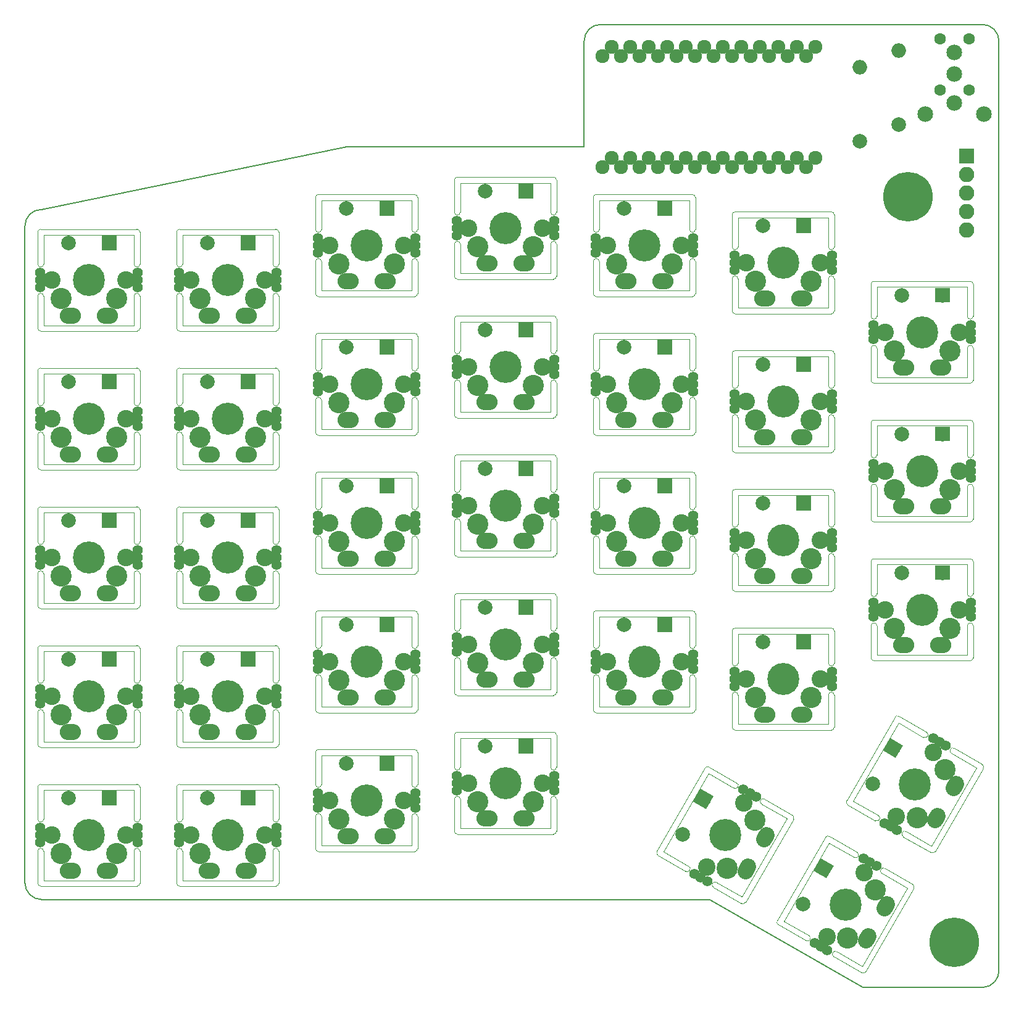
<source format=gbr>
G04 #@! TF.GenerationSoftware,KiCad,Pcbnew,5.1.2*
G04 #@! TF.CreationDate,2019-07-11T19:08:12+01:00*
G04 #@! TF.ProjectId,ergosnap,6572676f-736e-4617-902e-6b696361645f,1.0*
G04 #@! TF.SameCoordinates,Original*
G04 #@! TF.FileFunction,Soldermask,Top*
G04 #@! TF.FilePolarity,Negative*
%FSLAX46Y46*%
G04 Gerber Fmt 4.6, Leading zero omitted, Abs format (unit mm)*
G04 Created by KiCad (PCBNEW 5.1.2) date 2019-07-11 19:08:12*
%MOMM*%
%LPD*%
G04 APERTURE LIST*
%ADD10C,0.150000*%
%ADD11C,0.100000*%
%ADD12O,2.100000X2.100000*%
%ADD13R,2.100000X2.100000*%
%ADD14O,2.000000X2.000000*%
%ADD15C,2.000000*%
%ADD16C,1.600000*%
%ADD17C,2.152600*%
%ADD18C,1.400000*%
%ADD19C,4.400000*%
%ADD20C,2.400000*%
%ADD21C,2.900000*%
%ADD22C,2.200000*%
%ADD23C,2.200000*%
%ADD24O,2.900000X2.200000*%
%ADD25C,1.924000*%
%ADD26C,6.800000*%
G04 APERTURE END LIST*
D10*
X209677000Y-155067000D02*
G75*
G03X211836000Y-152654000I-127000J2286000D01*
G01*
X154940000Y-39624000D02*
X122428000Y-39624000D01*
X154940000Y-25146000D02*
X154940000Y-39624000D01*
X209550000Y-22860000D02*
X157226000Y-22860000D01*
X211836000Y-58674000D02*
X211836000Y-25146000D01*
X209677000Y-155067000D02*
X193167000Y-155067000D01*
X211836000Y-126619000D02*
X211836000Y-152654000D01*
X172212000Y-143002000D02*
X193167000Y-155067000D01*
X211836000Y-122174000D02*
X211836000Y-126619000D01*
X211836000Y-110236000D02*
X211836000Y-122174000D01*
X211836000Y-58674000D02*
X211836000Y-110236000D01*
X211836000Y-25146000D02*
G75*
G03X209550000Y-22860000I-2286000J0D01*
G01*
X78232000Y-140716000D02*
X78232000Y-50546000D01*
X80518000Y-143002000D02*
X114808000Y-143002000D01*
X78232000Y-140716000D02*
G75*
G03X80518000Y-143002000I2286000J0D01*
G01*
X157226000Y-22860000D02*
G75*
G03X154940000Y-25146000I0J-2286000D01*
G01*
X80518000Y-48260000D02*
G75*
G03X78232000Y-50546000I0J-2286000D01*
G01*
X122428000Y-39624000D02*
X80518000Y-48260000D01*
X114808000Y-143002000D02*
X172212000Y-143002000D01*
D11*
X203077178Y-136418068D02*
X209677178Y-124986532D01*
X202584358Y-135671658D02*
X208784358Y-124932942D01*
X191845642Y-129471658D02*
X198045642Y-118732942D01*
X190952822Y-129418068D02*
X197552822Y-117986532D01*
X202584358Y-135671658D02*
X199120256Y-133671658D01*
X202530768Y-136564478D02*
X198720256Y-134364478D01*
X205320256Y-122932942D02*
X208784358Y-124932942D01*
X209530768Y-124440122D02*
X205720256Y-122240122D01*
X201509744Y-120732942D02*
X198045642Y-118732942D01*
X201909744Y-120040122D02*
X198099232Y-117840122D01*
X191845642Y-129471658D02*
X195309744Y-131471658D01*
X194909744Y-132164478D02*
X191099232Y-129964478D01*
X209530768Y-124440122D02*
G75*
G02X209677178Y-124986532I-200000J-346410D01*
G01*
X203077178Y-136418068D02*
G75*
G02X202530768Y-136564478I-346410J200000D01*
G01*
X191099232Y-129964478D02*
G75*
G02X190952822Y-129418068I200000J346410D01*
G01*
X197552822Y-117986532D02*
G75*
G02X198099232Y-117840122I346410J-200000D01*
G01*
X198720252Y-134364476D02*
G75*
G02X199120256Y-133671658I200004J346408D01*
G01*
X195309748Y-131471660D02*
G75*
G02X194909744Y-132164478I-200004J-346408D01*
G01*
X205320252Y-122932940D02*
G75*
G02X205720256Y-122240122I200004J346408D01*
G01*
X201909748Y-120040124D02*
G75*
G02X201509744Y-120732942I-200004J-346408D01*
G01*
X193552178Y-152916068D02*
X200152178Y-141484532D01*
X193059358Y-152169658D02*
X199259358Y-141430942D01*
X182320642Y-145969658D02*
X188520642Y-135230942D01*
X181427822Y-145916068D02*
X188027822Y-134484532D01*
X193059358Y-152169658D02*
X189595256Y-150169658D01*
X193005768Y-153062478D02*
X189195256Y-150862478D01*
X195795256Y-139430942D02*
X199259358Y-141430942D01*
X200005768Y-140938122D02*
X196195256Y-138738122D01*
X191984744Y-137230942D02*
X188520642Y-135230942D01*
X192384744Y-136538122D02*
X188574232Y-134338122D01*
X182320642Y-145969658D02*
X185784744Y-147969658D01*
X185384744Y-148662478D02*
X181574232Y-146462478D01*
X200005768Y-140938122D02*
G75*
G02X200152178Y-141484532I-200000J-346410D01*
G01*
X193552178Y-152916068D02*
G75*
G02X193005768Y-153062478I-346410J200000D01*
G01*
X181574232Y-146462478D02*
G75*
G02X181427822Y-145916068I200000J346410D01*
G01*
X188027822Y-134484532D02*
G75*
G02X188574232Y-134338122I346410J-200000D01*
G01*
X189195252Y-150862476D02*
G75*
G02X189595256Y-150169658I200004J346408D01*
G01*
X185784748Y-147969660D02*
G75*
G02X185384744Y-148662478I-200004J-346408D01*
G01*
X195795252Y-139430940D02*
G75*
G02X196195256Y-138738122I200004J346408D01*
G01*
X192384748Y-136538124D02*
G75*
G02X191984744Y-137230942I-200004J-346408D01*
G01*
X177054178Y-143391018D02*
X183654178Y-131959482D01*
X176561358Y-142644608D02*
X182761358Y-131905892D01*
X165822642Y-136444608D02*
X172022642Y-125705892D01*
X164929822Y-136391018D02*
X171529822Y-124959482D01*
X176561358Y-142644608D02*
X173097256Y-140644608D01*
X176507768Y-143537428D02*
X172697256Y-141337428D01*
X179297256Y-129905892D02*
X182761358Y-131905892D01*
X183507768Y-131413072D02*
X179697256Y-129213072D01*
X175486744Y-127705892D02*
X172022642Y-125705892D01*
X175886744Y-127013072D02*
X172076232Y-124813072D01*
X165822642Y-136444608D02*
X169286744Y-138444608D01*
X168886744Y-139137428D02*
X165076232Y-136937428D01*
X183507768Y-131413072D02*
G75*
G02X183654178Y-131959482I-200000J-346410D01*
G01*
X177054178Y-143391018D02*
G75*
G02X176507768Y-143537428I-346410J200000D01*
G01*
X165076232Y-136937428D02*
G75*
G02X164929822Y-136391018I200000J346410D01*
G01*
X171529822Y-124959482D02*
G75*
G02X172076232Y-124813072I346410J-200000D01*
G01*
X172697252Y-141337426D02*
G75*
G02X173097256Y-140644608I200004J346408D01*
G01*
X169286748Y-138444610D02*
G75*
G02X168886744Y-139137428I-200004J-346408D01*
G01*
X179297252Y-129905890D02*
G75*
G02X179697256Y-129213072I200004J346408D01*
G01*
X175886748Y-127013074D02*
G75*
G02X175486744Y-127705892I-200004J-346408D01*
G01*
X137545000Y-134031750D02*
X150745000Y-134031750D01*
X137945000Y-133231750D02*
X150345000Y-133231750D01*
X137945000Y-120831750D02*
X150345000Y-120831750D01*
X137545000Y-120031750D02*
X150745000Y-120031750D01*
X137945000Y-133231750D02*
X137945000Y-129231750D01*
X137145000Y-133631750D02*
X137145000Y-129231750D01*
X150345000Y-129231750D02*
X150345000Y-133231750D01*
X151145000Y-133631750D02*
X151145000Y-129231750D01*
X150345000Y-124831750D02*
X150345000Y-120831750D01*
X151145000Y-124831750D02*
X151145000Y-120431750D01*
X137945000Y-120831750D02*
X137945000Y-124831750D01*
X137145000Y-124831750D02*
X137145000Y-120431750D01*
X151145000Y-133631750D02*
G75*
G02X150745000Y-134031750I-400000J0D01*
G01*
X137545000Y-134031750D02*
G75*
G02X137145000Y-133631750I0J400000D01*
G01*
X137145000Y-120431750D02*
G75*
G02X137545000Y-120031750I400000J0D01*
G01*
X150745000Y-120031750D02*
G75*
G02X151145000Y-120431750I0J-400000D01*
G01*
X137145000Y-129231745D02*
G75*
G02X137945000Y-129231750I400000J-5D01*
G01*
X137945000Y-124831755D02*
G75*
G02X137145000Y-124831750I-400000J5D01*
G01*
X150345000Y-129231745D02*
G75*
G02X151145000Y-129231750I400000J-5D01*
G01*
X151145000Y-124831755D02*
G75*
G02X150345000Y-124831750I-400000J5D01*
G01*
X118495000Y-136413000D02*
X131695000Y-136413000D01*
X118895000Y-135613000D02*
X131295000Y-135613000D01*
X118895000Y-123213000D02*
X131295000Y-123213000D01*
X118495000Y-122413000D02*
X131695000Y-122413000D01*
X118895000Y-135613000D02*
X118895000Y-131613000D01*
X118095000Y-136013000D02*
X118095000Y-131613000D01*
X131295000Y-131613000D02*
X131295000Y-135613000D01*
X132095000Y-136013000D02*
X132095000Y-131613000D01*
X131295000Y-127213000D02*
X131295000Y-123213000D01*
X132095000Y-127213000D02*
X132095000Y-122813000D01*
X118895000Y-123213000D02*
X118895000Y-127213000D01*
X118095000Y-127213000D02*
X118095000Y-122813000D01*
X132095000Y-136013000D02*
G75*
G02X131695000Y-136413000I-400000J0D01*
G01*
X118495000Y-136413000D02*
G75*
G02X118095000Y-136013000I0J400000D01*
G01*
X118095000Y-122813000D02*
G75*
G02X118495000Y-122413000I400000J0D01*
G01*
X131695000Y-122413000D02*
G75*
G02X132095000Y-122813000I0J-400000D01*
G01*
X118095000Y-131612995D02*
G75*
G02X118895000Y-131613000I400000J-5D01*
G01*
X118895000Y-127213005D02*
G75*
G02X118095000Y-127213000I-400000J5D01*
G01*
X131295000Y-131612995D02*
G75*
G02X132095000Y-131613000I400000J-5D01*
G01*
X132095000Y-127213005D02*
G75*
G02X131295000Y-127213000I-400000J5D01*
G01*
X99445000Y-141175500D02*
X112645000Y-141175500D01*
X99845000Y-140375500D02*
X112245000Y-140375500D01*
X99845000Y-127975500D02*
X112245000Y-127975500D01*
X99445000Y-127175500D02*
X112645000Y-127175500D01*
X99845000Y-140375500D02*
X99845000Y-136375500D01*
X99045000Y-140775500D02*
X99045000Y-136375500D01*
X112245000Y-136375500D02*
X112245000Y-140375500D01*
X113045000Y-140775500D02*
X113045000Y-136375500D01*
X112245000Y-131975500D02*
X112245000Y-127975500D01*
X113045000Y-131975500D02*
X113045000Y-127575500D01*
X99845000Y-127975500D02*
X99845000Y-131975500D01*
X99045000Y-131975500D02*
X99045000Y-127575500D01*
X113045000Y-140775500D02*
G75*
G02X112645000Y-141175500I-400000J0D01*
G01*
X99445000Y-141175500D02*
G75*
G02X99045000Y-140775500I0J400000D01*
G01*
X99045000Y-127575500D02*
G75*
G02X99445000Y-127175500I400000J0D01*
G01*
X112645000Y-127175500D02*
G75*
G02X113045000Y-127575500I0J-400000D01*
G01*
X99045000Y-136375495D02*
G75*
G02X99845000Y-136375500I400000J-5D01*
G01*
X99845000Y-131975505D02*
G75*
G02X99045000Y-131975500I-400000J5D01*
G01*
X112245000Y-136375495D02*
G75*
G02X113045000Y-136375500I400000J-5D01*
G01*
X113045000Y-131975505D02*
G75*
G02X112245000Y-131975500I-400000J5D01*
G01*
X80395000Y-141175500D02*
X93595000Y-141175500D01*
X80795000Y-140375500D02*
X93195000Y-140375500D01*
X80795000Y-127975500D02*
X93195000Y-127975500D01*
X80395000Y-127175500D02*
X93595000Y-127175500D01*
X80795000Y-140375500D02*
X80795000Y-136375500D01*
X79995000Y-140775500D02*
X79995000Y-136375500D01*
X93195000Y-136375500D02*
X93195000Y-140375500D01*
X93995000Y-140775500D02*
X93995000Y-136375500D01*
X93195000Y-131975500D02*
X93195000Y-127975500D01*
X93995000Y-131975500D02*
X93995000Y-127575500D01*
X80795000Y-127975500D02*
X80795000Y-131975500D01*
X79995000Y-131975500D02*
X79995000Y-127575500D01*
X93995000Y-140775500D02*
G75*
G02X93595000Y-141175500I-400000J0D01*
G01*
X80395000Y-141175500D02*
G75*
G02X79995000Y-140775500I0J400000D01*
G01*
X79995000Y-127575500D02*
G75*
G02X80395000Y-127175500I400000J0D01*
G01*
X93595000Y-127175500D02*
G75*
G02X93995000Y-127575500I0J-400000D01*
G01*
X79995000Y-136375495D02*
G75*
G02X80795000Y-136375500I400000J-5D01*
G01*
X80795000Y-131975505D02*
G75*
G02X79995000Y-131975500I-400000J5D01*
G01*
X93195000Y-136375495D02*
G75*
G02X93995000Y-136375500I400000J-5D01*
G01*
X93995000Y-131975505D02*
G75*
G02X93195000Y-131975500I-400000J5D01*
G01*
X194695000Y-110219250D02*
X207895000Y-110219250D01*
X195095000Y-109419250D02*
X207495000Y-109419250D01*
X195095000Y-97019250D02*
X207495000Y-97019250D01*
X194695000Y-96219250D02*
X207895000Y-96219250D01*
X195095000Y-109419250D02*
X195095000Y-105419250D01*
X194295000Y-109819250D02*
X194295000Y-105419250D01*
X207495000Y-105419250D02*
X207495000Y-109419250D01*
X208295000Y-109819250D02*
X208295000Y-105419250D01*
X207495000Y-101019250D02*
X207495000Y-97019250D01*
X208295000Y-101019250D02*
X208295000Y-96619250D01*
X195095000Y-97019250D02*
X195095000Y-101019250D01*
X194295000Y-101019250D02*
X194295000Y-96619250D01*
X208295000Y-109819250D02*
G75*
G02X207895000Y-110219250I-400000J0D01*
G01*
X194695000Y-110219250D02*
G75*
G02X194295000Y-109819250I0J400000D01*
G01*
X194295000Y-96619250D02*
G75*
G02X194695000Y-96219250I400000J0D01*
G01*
X207895000Y-96219250D02*
G75*
G02X208295000Y-96619250I0J-400000D01*
G01*
X194295000Y-105419245D02*
G75*
G02X195095000Y-105419250I400000J-5D01*
G01*
X195095000Y-101019255D02*
G75*
G02X194295000Y-101019250I-400000J5D01*
G01*
X207495000Y-105419245D02*
G75*
G02X208295000Y-105419250I400000J-5D01*
G01*
X208295000Y-101019255D02*
G75*
G02X207495000Y-101019250I-400000J5D01*
G01*
X194695000Y-91169250D02*
X207895000Y-91169250D01*
X195095000Y-90369250D02*
X207495000Y-90369250D01*
X195095000Y-77969250D02*
X207495000Y-77969250D01*
X194695000Y-77169250D02*
X207895000Y-77169250D01*
X195095000Y-90369250D02*
X195095000Y-86369250D01*
X194295000Y-90769250D02*
X194295000Y-86369250D01*
X207495000Y-86369250D02*
X207495000Y-90369250D01*
X208295000Y-90769250D02*
X208295000Y-86369250D01*
X207495000Y-81969250D02*
X207495000Y-77969250D01*
X208295000Y-81969250D02*
X208295000Y-77569250D01*
X195095000Y-77969250D02*
X195095000Y-81969250D01*
X194295000Y-81969250D02*
X194295000Y-77569250D01*
X208295000Y-90769250D02*
G75*
G02X207895000Y-91169250I-400000J0D01*
G01*
X194695000Y-91169250D02*
G75*
G02X194295000Y-90769250I0J400000D01*
G01*
X194295000Y-77569250D02*
G75*
G02X194695000Y-77169250I400000J0D01*
G01*
X207895000Y-77169250D02*
G75*
G02X208295000Y-77569250I0J-400000D01*
G01*
X194295000Y-86369245D02*
G75*
G02X195095000Y-86369250I400000J-5D01*
G01*
X195095000Y-81969255D02*
G75*
G02X194295000Y-81969250I-400000J5D01*
G01*
X207495000Y-86369245D02*
G75*
G02X208295000Y-86369250I400000J-5D01*
G01*
X208295000Y-81969255D02*
G75*
G02X207495000Y-81969250I-400000J5D01*
G01*
X194695000Y-72119250D02*
X207895000Y-72119250D01*
X195095000Y-71319250D02*
X207495000Y-71319250D01*
X195095000Y-58919250D02*
X207495000Y-58919250D01*
X194695000Y-58119250D02*
X207895000Y-58119250D01*
X195095000Y-71319250D02*
X195095000Y-67319250D01*
X194295000Y-71719250D02*
X194295000Y-67319250D01*
X207495000Y-67319250D02*
X207495000Y-71319250D01*
X208295000Y-71719250D02*
X208295000Y-67319250D01*
X207495000Y-62919250D02*
X207495000Y-58919250D01*
X208295000Y-62919250D02*
X208295000Y-58519250D01*
X195095000Y-58919250D02*
X195095000Y-62919250D01*
X194295000Y-62919250D02*
X194295000Y-58519250D01*
X208295000Y-71719250D02*
G75*
G02X207895000Y-72119250I-400000J0D01*
G01*
X194695000Y-72119250D02*
G75*
G02X194295000Y-71719250I0J400000D01*
G01*
X194295000Y-58519250D02*
G75*
G02X194695000Y-58119250I400000J0D01*
G01*
X207895000Y-58119250D02*
G75*
G02X208295000Y-58519250I0J-400000D01*
G01*
X194295000Y-67319245D02*
G75*
G02X195095000Y-67319250I400000J-5D01*
G01*
X195095000Y-62919255D02*
G75*
G02X194295000Y-62919250I-400000J5D01*
G01*
X207495000Y-67319245D02*
G75*
G02X208295000Y-67319250I400000J-5D01*
G01*
X208295000Y-62919255D02*
G75*
G02X207495000Y-62919250I-400000J5D01*
G01*
X175645000Y-119744250D02*
X188845000Y-119744250D01*
X176045000Y-118944250D02*
X188445000Y-118944250D01*
X176045000Y-106544250D02*
X188445000Y-106544250D01*
X175645000Y-105744250D02*
X188845000Y-105744250D01*
X176045000Y-118944250D02*
X176045000Y-114944250D01*
X175245000Y-119344250D02*
X175245000Y-114944250D01*
X188445000Y-114944250D02*
X188445000Y-118944250D01*
X189245000Y-119344250D02*
X189245000Y-114944250D01*
X188445000Y-110544250D02*
X188445000Y-106544250D01*
X189245000Y-110544250D02*
X189245000Y-106144250D01*
X176045000Y-106544250D02*
X176045000Y-110544250D01*
X175245000Y-110544250D02*
X175245000Y-106144250D01*
X189245000Y-119344250D02*
G75*
G02X188845000Y-119744250I-400000J0D01*
G01*
X175645000Y-119744250D02*
G75*
G02X175245000Y-119344250I0J400000D01*
G01*
X175245000Y-106144250D02*
G75*
G02X175645000Y-105744250I400000J0D01*
G01*
X188845000Y-105744250D02*
G75*
G02X189245000Y-106144250I0J-400000D01*
G01*
X175245000Y-114944245D02*
G75*
G02X176045000Y-114944250I400000J-5D01*
G01*
X176045000Y-110544255D02*
G75*
G02X175245000Y-110544250I-400000J5D01*
G01*
X188445000Y-114944245D02*
G75*
G02X189245000Y-114944250I400000J-5D01*
G01*
X189245000Y-110544255D02*
G75*
G02X188445000Y-110544250I-400000J5D01*
G01*
X175645000Y-100694250D02*
X188845000Y-100694250D01*
X176045000Y-99894250D02*
X188445000Y-99894250D01*
X176045000Y-87494250D02*
X188445000Y-87494250D01*
X175645000Y-86694250D02*
X188845000Y-86694250D01*
X176045000Y-99894250D02*
X176045000Y-95894250D01*
X175245000Y-100294250D02*
X175245000Y-95894250D01*
X188445000Y-95894250D02*
X188445000Y-99894250D01*
X189245000Y-100294250D02*
X189245000Y-95894250D01*
X188445000Y-91494250D02*
X188445000Y-87494250D01*
X189245000Y-91494250D02*
X189245000Y-87094250D01*
X176045000Y-87494250D02*
X176045000Y-91494250D01*
X175245000Y-91494250D02*
X175245000Y-87094250D01*
X189245000Y-100294250D02*
G75*
G02X188845000Y-100694250I-400000J0D01*
G01*
X175645000Y-100694250D02*
G75*
G02X175245000Y-100294250I0J400000D01*
G01*
X175245000Y-87094250D02*
G75*
G02X175645000Y-86694250I400000J0D01*
G01*
X188845000Y-86694250D02*
G75*
G02X189245000Y-87094250I0J-400000D01*
G01*
X175245000Y-95894245D02*
G75*
G02X176045000Y-95894250I400000J-5D01*
G01*
X176045000Y-91494255D02*
G75*
G02X175245000Y-91494250I-400000J5D01*
G01*
X188445000Y-95894245D02*
G75*
G02X189245000Y-95894250I400000J-5D01*
G01*
X189245000Y-91494255D02*
G75*
G02X188445000Y-91494250I-400000J5D01*
G01*
X175645000Y-81644250D02*
X188845000Y-81644250D01*
X176045000Y-80844250D02*
X188445000Y-80844250D01*
X176045000Y-68444250D02*
X188445000Y-68444250D01*
X175645000Y-67644250D02*
X188845000Y-67644250D01*
X176045000Y-80844250D02*
X176045000Y-76844250D01*
X175245000Y-81244250D02*
X175245000Y-76844250D01*
X188445000Y-76844250D02*
X188445000Y-80844250D01*
X189245000Y-81244250D02*
X189245000Y-76844250D01*
X188445000Y-72444250D02*
X188445000Y-68444250D01*
X189245000Y-72444250D02*
X189245000Y-68044250D01*
X176045000Y-68444250D02*
X176045000Y-72444250D01*
X175245000Y-72444250D02*
X175245000Y-68044250D01*
X189245000Y-81244250D02*
G75*
G02X188845000Y-81644250I-400000J0D01*
G01*
X175645000Y-81644250D02*
G75*
G02X175245000Y-81244250I0J400000D01*
G01*
X175245000Y-68044250D02*
G75*
G02X175645000Y-67644250I400000J0D01*
G01*
X188845000Y-67644250D02*
G75*
G02X189245000Y-68044250I0J-400000D01*
G01*
X175245000Y-76844245D02*
G75*
G02X176045000Y-76844250I400000J-5D01*
G01*
X176045000Y-72444255D02*
G75*
G02X175245000Y-72444250I-400000J5D01*
G01*
X188445000Y-76844245D02*
G75*
G02X189245000Y-76844250I400000J-5D01*
G01*
X189245000Y-72444255D02*
G75*
G02X188445000Y-72444250I-400000J5D01*
G01*
X175645000Y-62594250D02*
X188845000Y-62594250D01*
X176045000Y-61794250D02*
X188445000Y-61794250D01*
X176045000Y-49394250D02*
X188445000Y-49394250D01*
X175645000Y-48594250D02*
X188845000Y-48594250D01*
X176045000Y-61794250D02*
X176045000Y-57794250D01*
X175245000Y-62194250D02*
X175245000Y-57794250D01*
X188445000Y-57794250D02*
X188445000Y-61794250D01*
X189245000Y-62194250D02*
X189245000Y-57794250D01*
X188445000Y-53394250D02*
X188445000Y-49394250D01*
X189245000Y-53394250D02*
X189245000Y-48994250D01*
X176045000Y-49394250D02*
X176045000Y-53394250D01*
X175245000Y-53394250D02*
X175245000Y-48994250D01*
X189245000Y-62194250D02*
G75*
G02X188845000Y-62594250I-400000J0D01*
G01*
X175645000Y-62594250D02*
G75*
G02X175245000Y-62194250I0J400000D01*
G01*
X175245000Y-48994250D02*
G75*
G02X175645000Y-48594250I400000J0D01*
G01*
X188845000Y-48594250D02*
G75*
G02X189245000Y-48994250I0J-400000D01*
G01*
X175245000Y-57794245D02*
G75*
G02X176045000Y-57794250I400000J-5D01*
G01*
X176045000Y-53394255D02*
G75*
G02X175245000Y-53394250I-400000J5D01*
G01*
X188445000Y-57794245D02*
G75*
G02X189245000Y-57794250I400000J-5D01*
G01*
X189245000Y-53394255D02*
G75*
G02X188445000Y-53394250I-400000J5D01*
G01*
X156595000Y-117363000D02*
X169795000Y-117363000D01*
X156995000Y-116563000D02*
X169395000Y-116563000D01*
X156995000Y-104163000D02*
X169395000Y-104163000D01*
X156595000Y-103363000D02*
X169795000Y-103363000D01*
X156995000Y-116563000D02*
X156995000Y-112563000D01*
X156195000Y-116963000D02*
X156195000Y-112563000D01*
X169395000Y-112563000D02*
X169395000Y-116563000D01*
X170195000Y-116963000D02*
X170195000Y-112563000D01*
X169395000Y-108163000D02*
X169395000Y-104163000D01*
X170195000Y-108163000D02*
X170195000Y-103763000D01*
X156995000Y-104163000D02*
X156995000Y-108163000D01*
X156195000Y-108163000D02*
X156195000Y-103763000D01*
X170195000Y-116963000D02*
G75*
G02X169795000Y-117363000I-400000J0D01*
G01*
X156595000Y-117363000D02*
G75*
G02X156195000Y-116963000I0J400000D01*
G01*
X156195000Y-103763000D02*
G75*
G02X156595000Y-103363000I400000J0D01*
G01*
X169795000Y-103363000D02*
G75*
G02X170195000Y-103763000I0J-400000D01*
G01*
X156195000Y-112562995D02*
G75*
G02X156995000Y-112563000I400000J-5D01*
G01*
X156995000Y-108163005D02*
G75*
G02X156195000Y-108163000I-400000J5D01*
G01*
X169395000Y-112562995D02*
G75*
G02X170195000Y-112563000I400000J-5D01*
G01*
X170195000Y-108163005D02*
G75*
G02X169395000Y-108163000I-400000J5D01*
G01*
X156595000Y-98313000D02*
X169795000Y-98313000D01*
X156995000Y-97513000D02*
X169395000Y-97513000D01*
X156995000Y-85113000D02*
X169395000Y-85113000D01*
X156595000Y-84313000D02*
X169795000Y-84313000D01*
X156995000Y-97513000D02*
X156995000Y-93513000D01*
X156195000Y-97913000D02*
X156195000Y-93513000D01*
X169395000Y-93513000D02*
X169395000Y-97513000D01*
X170195000Y-97913000D02*
X170195000Y-93513000D01*
X169395000Y-89113000D02*
X169395000Y-85113000D01*
X170195000Y-89113000D02*
X170195000Y-84713000D01*
X156995000Y-85113000D02*
X156995000Y-89113000D01*
X156195000Y-89113000D02*
X156195000Y-84713000D01*
X170195000Y-97913000D02*
G75*
G02X169795000Y-98313000I-400000J0D01*
G01*
X156595000Y-98313000D02*
G75*
G02X156195000Y-97913000I0J400000D01*
G01*
X156195000Y-84713000D02*
G75*
G02X156595000Y-84313000I400000J0D01*
G01*
X169795000Y-84313000D02*
G75*
G02X170195000Y-84713000I0J-400000D01*
G01*
X156195000Y-93512995D02*
G75*
G02X156995000Y-93513000I400000J-5D01*
G01*
X156995000Y-89113005D02*
G75*
G02X156195000Y-89113000I-400000J5D01*
G01*
X169395000Y-93512995D02*
G75*
G02X170195000Y-93513000I400000J-5D01*
G01*
X170195000Y-89113005D02*
G75*
G02X169395000Y-89113000I-400000J5D01*
G01*
X156595000Y-79263000D02*
X169795000Y-79263000D01*
X156995000Y-78463000D02*
X169395000Y-78463000D01*
X156995000Y-66063000D02*
X169395000Y-66063000D01*
X156595000Y-65263000D02*
X169795000Y-65263000D01*
X156995000Y-78463000D02*
X156995000Y-74463000D01*
X156195000Y-78863000D02*
X156195000Y-74463000D01*
X169395000Y-74463000D02*
X169395000Y-78463000D01*
X170195000Y-78863000D02*
X170195000Y-74463000D01*
X169395000Y-70063000D02*
X169395000Y-66063000D01*
X170195000Y-70063000D02*
X170195000Y-65663000D01*
X156995000Y-66063000D02*
X156995000Y-70063000D01*
X156195000Y-70063000D02*
X156195000Y-65663000D01*
X170195000Y-78863000D02*
G75*
G02X169795000Y-79263000I-400000J0D01*
G01*
X156595000Y-79263000D02*
G75*
G02X156195000Y-78863000I0J400000D01*
G01*
X156195000Y-65663000D02*
G75*
G02X156595000Y-65263000I400000J0D01*
G01*
X169795000Y-65263000D02*
G75*
G02X170195000Y-65663000I0J-400000D01*
G01*
X156195000Y-74462995D02*
G75*
G02X156995000Y-74463000I400000J-5D01*
G01*
X156995000Y-70063005D02*
G75*
G02X156195000Y-70063000I-400000J5D01*
G01*
X169395000Y-74462995D02*
G75*
G02X170195000Y-74463000I400000J-5D01*
G01*
X170195000Y-70063005D02*
G75*
G02X169395000Y-70063000I-400000J5D01*
G01*
X156595000Y-60213000D02*
X169795000Y-60213000D01*
X156995000Y-59413000D02*
X169395000Y-59413000D01*
X156995000Y-47013000D02*
X169395000Y-47013000D01*
X156595000Y-46213000D02*
X169795000Y-46213000D01*
X156995000Y-59413000D02*
X156995000Y-55413000D01*
X156195000Y-59813000D02*
X156195000Y-55413000D01*
X169395000Y-55413000D02*
X169395000Y-59413000D01*
X170195000Y-59813000D02*
X170195000Y-55413000D01*
X169395000Y-51013000D02*
X169395000Y-47013000D01*
X170195000Y-51013000D02*
X170195000Y-46613000D01*
X156995000Y-47013000D02*
X156995000Y-51013000D01*
X156195000Y-51013000D02*
X156195000Y-46613000D01*
X170195000Y-59813000D02*
G75*
G02X169795000Y-60213000I-400000J0D01*
G01*
X156595000Y-60213000D02*
G75*
G02X156195000Y-59813000I0J400000D01*
G01*
X156195000Y-46613000D02*
G75*
G02X156595000Y-46213000I400000J0D01*
G01*
X169795000Y-46213000D02*
G75*
G02X170195000Y-46613000I0J-400000D01*
G01*
X156195000Y-55412995D02*
G75*
G02X156995000Y-55413000I400000J-5D01*
G01*
X156995000Y-51013005D02*
G75*
G02X156195000Y-51013000I-400000J5D01*
G01*
X169395000Y-55412995D02*
G75*
G02X170195000Y-55413000I400000J-5D01*
G01*
X170195000Y-51013005D02*
G75*
G02X169395000Y-51013000I-400000J5D01*
G01*
X137545000Y-114981750D02*
X150745000Y-114981750D01*
X137945000Y-114181750D02*
X150345000Y-114181750D01*
X137945000Y-101781750D02*
X150345000Y-101781750D01*
X137545000Y-100981750D02*
X150745000Y-100981750D01*
X137945000Y-114181750D02*
X137945000Y-110181750D01*
X137145000Y-114581750D02*
X137145000Y-110181750D01*
X150345000Y-110181750D02*
X150345000Y-114181750D01*
X151145000Y-114581750D02*
X151145000Y-110181750D01*
X150345000Y-105781750D02*
X150345000Y-101781750D01*
X151145000Y-105781750D02*
X151145000Y-101381750D01*
X137945000Y-101781750D02*
X137945000Y-105781750D01*
X137145000Y-105781750D02*
X137145000Y-101381750D01*
X151145000Y-114581750D02*
G75*
G02X150745000Y-114981750I-400000J0D01*
G01*
X137545000Y-114981750D02*
G75*
G02X137145000Y-114581750I0J400000D01*
G01*
X137145000Y-101381750D02*
G75*
G02X137545000Y-100981750I400000J0D01*
G01*
X150745000Y-100981750D02*
G75*
G02X151145000Y-101381750I0J-400000D01*
G01*
X137145000Y-110181745D02*
G75*
G02X137945000Y-110181750I400000J-5D01*
G01*
X137945000Y-105781755D02*
G75*
G02X137145000Y-105781750I-400000J5D01*
G01*
X150345000Y-110181745D02*
G75*
G02X151145000Y-110181750I400000J-5D01*
G01*
X151145000Y-105781755D02*
G75*
G02X150345000Y-105781750I-400000J5D01*
G01*
X137545000Y-95931750D02*
X150745000Y-95931750D01*
X137945000Y-95131750D02*
X150345000Y-95131750D01*
X137945000Y-82731750D02*
X150345000Y-82731750D01*
X137545000Y-81931750D02*
X150745000Y-81931750D01*
X137945000Y-95131750D02*
X137945000Y-91131750D01*
X137145000Y-95531750D02*
X137145000Y-91131750D01*
X150345000Y-91131750D02*
X150345000Y-95131750D01*
X151145000Y-95531750D02*
X151145000Y-91131750D01*
X150345000Y-86731750D02*
X150345000Y-82731750D01*
X151145000Y-86731750D02*
X151145000Y-82331750D01*
X137945000Y-82731750D02*
X137945000Y-86731750D01*
X137145000Y-86731750D02*
X137145000Y-82331750D01*
X151145000Y-95531750D02*
G75*
G02X150745000Y-95931750I-400000J0D01*
G01*
X137545000Y-95931750D02*
G75*
G02X137145000Y-95531750I0J400000D01*
G01*
X137145000Y-82331750D02*
G75*
G02X137545000Y-81931750I400000J0D01*
G01*
X150745000Y-81931750D02*
G75*
G02X151145000Y-82331750I0J-400000D01*
G01*
X137145000Y-91131745D02*
G75*
G02X137945000Y-91131750I400000J-5D01*
G01*
X137945000Y-86731755D02*
G75*
G02X137145000Y-86731750I-400000J5D01*
G01*
X150345000Y-91131745D02*
G75*
G02X151145000Y-91131750I400000J-5D01*
G01*
X151145000Y-86731755D02*
G75*
G02X150345000Y-86731750I-400000J5D01*
G01*
X137545000Y-76881750D02*
X150745000Y-76881750D01*
X137945000Y-76081750D02*
X150345000Y-76081750D01*
X137945000Y-63681750D02*
X150345000Y-63681750D01*
X137545000Y-62881750D02*
X150745000Y-62881750D01*
X137945000Y-76081750D02*
X137945000Y-72081750D01*
X137145000Y-76481750D02*
X137145000Y-72081750D01*
X150345000Y-72081750D02*
X150345000Y-76081750D01*
X151145000Y-76481750D02*
X151145000Y-72081750D01*
X150345000Y-67681750D02*
X150345000Y-63681750D01*
X151145000Y-67681750D02*
X151145000Y-63281750D01*
X137945000Y-63681750D02*
X137945000Y-67681750D01*
X137145000Y-67681750D02*
X137145000Y-63281750D01*
X151145000Y-76481750D02*
G75*
G02X150745000Y-76881750I-400000J0D01*
G01*
X137545000Y-76881750D02*
G75*
G02X137145000Y-76481750I0J400000D01*
G01*
X137145000Y-63281750D02*
G75*
G02X137545000Y-62881750I400000J0D01*
G01*
X150745000Y-62881750D02*
G75*
G02X151145000Y-63281750I0J-400000D01*
G01*
X137145000Y-72081745D02*
G75*
G02X137945000Y-72081750I400000J-5D01*
G01*
X137945000Y-67681755D02*
G75*
G02X137145000Y-67681750I-400000J5D01*
G01*
X150345000Y-72081745D02*
G75*
G02X151145000Y-72081750I400000J-5D01*
G01*
X151145000Y-67681755D02*
G75*
G02X150345000Y-67681750I-400000J5D01*
G01*
X137545000Y-57831750D02*
X150745000Y-57831750D01*
X137945000Y-57031750D02*
X150345000Y-57031750D01*
X137945000Y-44631750D02*
X150345000Y-44631750D01*
X137545000Y-43831750D02*
X150745000Y-43831750D01*
X137945000Y-57031750D02*
X137945000Y-53031750D01*
X137145000Y-57431750D02*
X137145000Y-53031750D01*
X150345000Y-53031750D02*
X150345000Y-57031750D01*
X151145000Y-57431750D02*
X151145000Y-53031750D01*
X150345000Y-48631750D02*
X150345000Y-44631750D01*
X151145000Y-48631750D02*
X151145000Y-44231750D01*
X137945000Y-44631750D02*
X137945000Y-48631750D01*
X137145000Y-48631750D02*
X137145000Y-44231750D01*
X151145000Y-57431750D02*
G75*
G02X150745000Y-57831750I-400000J0D01*
G01*
X137545000Y-57831750D02*
G75*
G02X137145000Y-57431750I0J400000D01*
G01*
X137145000Y-44231750D02*
G75*
G02X137545000Y-43831750I400000J0D01*
G01*
X150745000Y-43831750D02*
G75*
G02X151145000Y-44231750I0J-400000D01*
G01*
X137145000Y-53031745D02*
G75*
G02X137945000Y-53031750I400000J-5D01*
G01*
X137945000Y-48631755D02*
G75*
G02X137145000Y-48631750I-400000J5D01*
G01*
X150345000Y-53031745D02*
G75*
G02X151145000Y-53031750I400000J-5D01*
G01*
X151145000Y-48631755D02*
G75*
G02X150345000Y-48631750I-400000J5D01*
G01*
X118495000Y-117363000D02*
X131695000Y-117363000D01*
X118895000Y-116563000D02*
X131295000Y-116563000D01*
X118895000Y-104163000D02*
X131295000Y-104163000D01*
X118495000Y-103363000D02*
X131695000Y-103363000D01*
X118895000Y-116563000D02*
X118895000Y-112563000D01*
X118095000Y-116963000D02*
X118095000Y-112563000D01*
X131295000Y-112563000D02*
X131295000Y-116563000D01*
X132095000Y-116963000D02*
X132095000Y-112563000D01*
X131295000Y-108163000D02*
X131295000Y-104163000D01*
X132095000Y-108163000D02*
X132095000Y-103763000D01*
X118895000Y-104163000D02*
X118895000Y-108163000D01*
X118095000Y-108163000D02*
X118095000Y-103763000D01*
X132095000Y-116963000D02*
G75*
G02X131695000Y-117363000I-400000J0D01*
G01*
X118495000Y-117363000D02*
G75*
G02X118095000Y-116963000I0J400000D01*
G01*
X118095000Y-103763000D02*
G75*
G02X118495000Y-103363000I400000J0D01*
G01*
X131695000Y-103363000D02*
G75*
G02X132095000Y-103763000I0J-400000D01*
G01*
X118095000Y-112562995D02*
G75*
G02X118895000Y-112563000I400000J-5D01*
G01*
X118895000Y-108163005D02*
G75*
G02X118095000Y-108163000I-400000J5D01*
G01*
X131295000Y-112562995D02*
G75*
G02X132095000Y-112563000I400000J-5D01*
G01*
X132095000Y-108163005D02*
G75*
G02X131295000Y-108163000I-400000J5D01*
G01*
X118495000Y-98313000D02*
X131695000Y-98313000D01*
X118895000Y-97513000D02*
X131295000Y-97513000D01*
X118895000Y-85113000D02*
X131295000Y-85113000D01*
X118495000Y-84313000D02*
X131695000Y-84313000D01*
X118895000Y-97513000D02*
X118895000Y-93513000D01*
X118095000Y-97913000D02*
X118095000Y-93513000D01*
X131295000Y-93513000D02*
X131295000Y-97513000D01*
X132095000Y-97913000D02*
X132095000Y-93513000D01*
X131295000Y-89113000D02*
X131295000Y-85113000D01*
X132095000Y-89113000D02*
X132095000Y-84713000D01*
X118895000Y-85113000D02*
X118895000Y-89113000D01*
X118095000Y-89113000D02*
X118095000Y-84713000D01*
X132095000Y-97913000D02*
G75*
G02X131695000Y-98313000I-400000J0D01*
G01*
X118495000Y-98313000D02*
G75*
G02X118095000Y-97913000I0J400000D01*
G01*
X118095000Y-84713000D02*
G75*
G02X118495000Y-84313000I400000J0D01*
G01*
X131695000Y-84313000D02*
G75*
G02X132095000Y-84713000I0J-400000D01*
G01*
X118095000Y-93512995D02*
G75*
G02X118895000Y-93513000I400000J-5D01*
G01*
X118895000Y-89113005D02*
G75*
G02X118095000Y-89113000I-400000J5D01*
G01*
X131295000Y-93512995D02*
G75*
G02X132095000Y-93513000I400000J-5D01*
G01*
X132095000Y-89113005D02*
G75*
G02X131295000Y-89113000I-400000J5D01*
G01*
X118495000Y-79263000D02*
X131695000Y-79263000D01*
X118895000Y-78463000D02*
X131295000Y-78463000D01*
X118895000Y-66063000D02*
X131295000Y-66063000D01*
X118495000Y-65263000D02*
X131695000Y-65263000D01*
X118895000Y-78463000D02*
X118895000Y-74463000D01*
X118095000Y-78863000D02*
X118095000Y-74463000D01*
X131295000Y-74463000D02*
X131295000Y-78463000D01*
X132095000Y-78863000D02*
X132095000Y-74463000D01*
X131295000Y-70063000D02*
X131295000Y-66063000D01*
X132095000Y-70063000D02*
X132095000Y-65663000D01*
X118895000Y-66063000D02*
X118895000Y-70063000D01*
X118095000Y-70063000D02*
X118095000Y-65663000D01*
X132095000Y-78863000D02*
G75*
G02X131695000Y-79263000I-400000J0D01*
G01*
X118495000Y-79263000D02*
G75*
G02X118095000Y-78863000I0J400000D01*
G01*
X118095000Y-65663000D02*
G75*
G02X118495000Y-65263000I400000J0D01*
G01*
X131695000Y-65263000D02*
G75*
G02X132095000Y-65663000I0J-400000D01*
G01*
X118095000Y-74462995D02*
G75*
G02X118895000Y-74463000I400000J-5D01*
G01*
X118895000Y-70063005D02*
G75*
G02X118095000Y-70063000I-400000J5D01*
G01*
X131295000Y-74462995D02*
G75*
G02X132095000Y-74463000I400000J-5D01*
G01*
X132095000Y-70063005D02*
G75*
G02X131295000Y-70063000I-400000J5D01*
G01*
X118495000Y-60213000D02*
X131695000Y-60213000D01*
X118895000Y-59413000D02*
X131295000Y-59413000D01*
X118895000Y-47013000D02*
X131295000Y-47013000D01*
X118495000Y-46213000D02*
X131695000Y-46213000D01*
X118895000Y-59413000D02*
X118895000Y-55413000D01*
X118095000Y-59813000D02*
X118095000Y-55413000D01*
X131295000Y-55413000D02*
X131295000Y-59413000D01*
X132095000Y-59813000D02*
X132095000Y-55413000D01*
X131295000Y-51013000D02*
X131295000Y-47013000D01*
X132095000Y-51013000D02*
X132095000Y-46613000D01*
X118895000Y-47013000D02*
X118895000Y-51013000D01*
X118095000Y-51013000D02*
X118095000Y-46613000D01*
X132095000Y-59813000D02*
G75*
G02X131695000Y-60213000I-400000J0D01*
G01*
X118495000Y-60213000D02*
G75*
G02X118095000Y-59813000I0J400000D01*
G01*
X118095000Y-46613000D02*
G75*
G02X118495000Y-46213000I400000J0D01*
G01*
X131695000Y-46213000D02*
G75*
G02X132095000Y-46613000I0J-400000D01*
G01*
X118095000Y-55412995D02*
G75*
G02X118895000Y-55413000I400000J-5D01*
G01*
X118895000Y-51013005D02*
G75*
G02X118095000Y-51013000I-400000J5D01*
G01*
X131295000Y-55412995D02*
G75*
G02X132095000Y-55413000I400000J-5D01*
G01*
X132095000Y-51013005D02*
G75*
G02X131295000Y-51013000I-400000J5D01*
G01*
X99445000Y-122125500D02*
X112645000Y-122125500D01*
X99845000Y-121325500D02*
X112245000Y-121325500D01*
X99845000Y-108925500D02*
X112245000Y-108925500D01*
X99445000Y-108125500D02*
X112645000Y-108125500D01*
X99845000Y-121325500D02*
X99845000Y-117325500D01*
X99045000Y-121725500D02*
X99045000Y-117325500D01*
X112245000Y-117325500D02*
X112245000Y-121325500D01*
X113045000Y-121725500D02*
X113045000Y-117325500D01*
X112245000Y-112925500D02*
X112245000Y-108925500D01*
X113045000Y-112925500D02*
X113045000Y-108525500D01*
X99845000Y-108925500D02*
X99845000Y-112925500D01*
X99045000Y-112925500D02*
X99045000Y-108525500D01*
X113045000Y-121725500D02*
G75*
G02X112645000Y-122125500I-400000J0D01*
G01*
X99445000Y-122125500D02*
G75*
G02X99045000Y-121725500I0J400000D01*
G01*
X99045000Y-108525500D02*
G75*
G02X99445000Y-108125500I400000J0D01*
G01*
X112645000Y-108125500D02*
G75*
G02X113045000Y-108525500I0J-400000D01*
G01*
X99045000Y-117325495D02*
G75*
G02X99845000Y-117325500I400000J-5D01*
G01*
X99845000Y-112925505D02*
G75*
G02X99045000Y-112925500I-400000J5D01*
G01*
X112245000Y-117325495D02*
G75*
G02X113045000Y-117325500I400000J-5D01*
G01*
X113045000Y-112925505D02*
G75*
G02X112245000Y-112925500I-400000J5D01*
G01*
X99445000Y-103075500D02*
X112645000Y-103075500D01*
X99845000Y-102275500D02*
X112245000Y-102275500D01*
X99845000Y-89875500D02*
X112245000Y-89875500D01*
X99445000Y-89075500D02*
X112645000Y-89075500D01*
X99845000Y-102275500D02*
X99845000Y-98275500D01*
X99045000Y-102675500D02*
X99045000Y-98275500D01*
X112245000Y-98275500D02*
X112245000Y-102275500D01*
X113045000Y-102675500D02*
X113045000Y-98275500D01*
X112245000Y-93875500D02*
X112245000Y-89875500D01*
X113045000Y-93875500D02*
X113045000Y-89475500D01*
X99845000Y-89875500D02*
X99845000Y-93875500D01*
X99045000Y-93875500D02*
X99045000Y-89475500D01*
X113045000Y-102675500D02*
G75*
G02X112645000Y-103075500I-400000J0D01*
G01*
X99445000Y-103075500D02*
G75*
G02X99045000Y-102675500I0J400000D01*
G01*
X99045000Y-89475500D02*
G75*
G02X99445000Y-89075500I400000J0D01*
G01*
X112645000Y-89075500D02*
G75*
G02X113045000Y-89475500I0J-400000D01*
G01*
X99045000Y-98275495D02*
G75*
G02X99845000Y-98275500I400000J-5D01*
G01*
X99845000Y-93875505D02*
G75*
G02X99045000Y-93875500I-400000J5D01*
G01*
X112245000Y-98275495D02*
G75*
G02X113045000Y-98275500I400000J-5D01*
G01*
X113045000Y-93875505D02*
G75*
G02X112245000Y-93875500I-400000J5D01*
G01*
X99445000Y-84025500D02*
X112645000Y-84025500D01*
X99845000Y-83225500D02*
X112245000Y-83225500D01*
X99845000Y-70825500D02*
X112245000Y-70825500D01*
X99445000Y-70025500D02*
X112645000Y-70025500D01*
X99845000Y-83225500D02*
X99845000Y-79225500D01*
X99045000Y-83625500D02*
X99045000Y-79225500D01*
X112245000Y-79225500D02*
X112245000Y-83225500D01*
X113045000Y-83625500D02*
X113045000Y-79225500D01*
X112245000Y-74825500D02*
X112245000Y-70825500D01*
X113045000Y-74825500D02*
X113045000Y-70425500D01*
X99845000Y-70825500D02*
X99845000Y-74825500D01*
X99045000Y-74825500D02*
X99045000Y-70425500D01*
X113045000Y-83625500D02*
G75*
G02X112645000Y-84025500I-400000J0D01*
G01*
X99445000Y-84025500D02*
G75*
G02X99045000Y-83625500I0J400000D01*
G01*
X99045000Y-70425500D02*
G75*
G02X99445000Y-70025500I400000J0D01*
G01*
X112645000Y-70025500D02*
G75*
G02X113045000Y-70425500I0J-400000D01*
G01*
X99045000Y-79225495D02*
G75*
G02X99845000Y-79225500I400000J-5D01*
G01*
X99845000Y-74825505D02*
G75*
G02X99045000Y-74825500I-400000J5D01*
G01*
X112245000Y-79225495D02*
G75*
G02X113045000Y-79225500I400000J-5D01*
G01*
X113045000Y-74825505D02*
G75*
G02X112245000Y-74825500I-400000J5D01*
G01*
X99445000Y-64975500D02*
X112645000Y-64975500D01*
X99845000Y-64175500D02*
X112245000Y-64175500D01*
X99845000Y-51775500D02*
X112245000Y-51775500D01*
X99445000Y-50975500D02*
X112645000Y-50975500D01*
X99845000Y-64175500D02*
X99845000Y-60175500D01*
X99045000Y-64575500D02*
X99045000Y-60175500D01*
X112245000Y-60175500D02*
X112245000Y-64175500D01*
X113045000Y-64575500D02*
X113045000Y-60175500D01*
X112245000Y-55775500D02*
X112245000Y-51775500D01*
X113045000Y-55775500D02*
X113045000Y-51375500D01*
X99845000Y-51775500D02*
X99845000Y-55775500D01*
X99045000Y-55775500D02*
X99045000Y-51375500D01*
X113045000Y-64575500D02*
G75*
G02X112645000Y-64975500I-400000J0D01*
G01*
X99445000Y-64975500D02*
G75*
G02X99045000Y-64575500I0J400000D01*
G01*
X99045000Y-51375500D02*
G75*
G02X99445000Y-50975500I400000J0D01*
G01*
X112645000Y-50975500D02*
G75*
G02X113045000Y-51375500I0J-400000D01*
G01*
X99045000Y-60175495D02*
G75*
G02X99845000Y-60175500I400000J-5D01*
G01*
X99845000Y-55775505D02*
G75*
G02X99045000Y-55775500I-400000J5D01*
G01*
X112245000Y-60175495D02*
G75*
G02X113045000Y-60175500I400000J-5D01*
G01*
X113045000Y-55775505D02*
G75*
G02X112245000Y-55775500I-400000J5D01*
G01*
X80395000Y-122125500D02*
X93595000Y-122125500D01*
X80795000Y-121325500D02*
X93195000Y-121325500D01*
X80795000Y-108925500D02*
X93195000Y-108925500D01*
X80395000Y-108125500D02*
X93595000Y-108125500D01*
X80795000Y-121325500D02*
X80795000Y-117325500D01*
X79995000Y-121725500D02*
X79995000Y-117325500D01*
X93195000Y-117325500D02*
X93195000Y-121325500D01*
X93995000Y-121725500D02*
X93995000Y-117325500D01*
X93195000Y-112925500D02*
X93195000Y-108925500D01*
X93995000Y-112925500D02*
X93995000Y-108525500D01*
X80795000Y-108925500D02*
X80795000Y-112925500D01*
X79995000Y-112925500D02*
X79995000Y-108525500D01*
X93995000Y-121725500D02*
G75*
G02X93595000Y-122125500I-400000J0D01*
G01*
X80395000Y-122125500D02*
G75*
G02X79995000Y-121725500I0J400000D01*
G01*
X79995000Y-108525500D02*
G75*
G02X80395000Y-108125500I400000J0D01*
G01*
X93595000Y-108125500D02*
G75*
G02X93995000Y-108525500I0J-400000D01*
G01*
X79995000Y-117325495D02*
G75*
G02X80795000Y-117325500I400000J-5D01*
G01*
X80795000Y-112925505D02*
G75*
G02X79995000Y-112925500I-400000J5D01*
G01*
X93195000Y-117325495D02*
G75*
G02X93995000Y-117325500I400000J-5D01*
G01*
X93995000Y-112925505D02*
G75*
G02X93195000Y-112925500I-400000J5D01*
G01*
X80395000Y-103075500D02*
X93595000Y-103075500D01*
X80795000Y-102275500D02*
X93195000Y-102275500D01*
X80795000Y-89875500D02*
X93195000Y-89875500D01*
X80395000Y-89075500D02*
X93595000Y-89075500D01*
X80795000Y-102275500D02*
X80795000Y-98275500D01*
X79995000Y-102675500D02*
X79995000Y-98275500D01*
X93195000Y-98275500D02*
X93195000Y-102275500D01*
X93995000Y-102675500D02*
X93995000Y-98275500D01*
X93195000Y-93875500D02*
X93195000Y-89875500D01*
X93995000Y-93875500D02*
X93995000Y-89475500D01*
X80795000Y-89875500D02*
X80795000Y-93875500D01*
X79995000Y-93875500D02*
X79995000Y-89475500D01*
X93995000Y-102675500D02*
G75*
G02X93595000Y-103075500I-400000J0D01*
G01*
X80395000Y-103075500D02*
G75*
G02X79995000Y-102675500I0J400000D01*
G01*
X79995000Y-89475500D02*
G75*
G02X80395000Y-89075500I400000J0D01*
G01*
X93595000Y-89075500D02*
G75*
G02X93995000Y-89475500I0J-400000D01*
G01*
X79995000Y-98275495D02*
G75*
G02X80795000Y-98275500I400000J-5D01*
G01*
X80795000Y-93875505D02*
G75*
G02X79995000Y-93875500I-400000J5D01*
G01*
X93195000Y-98275495D02*
G75*
G02X93995000Y-98275500I400000J-5D01*
G01*
X93995000Y-93875505D02*
G75*
G02X93195000Y-93875500I-400000J5D01*
G01*
X80395000Y-84025500D02*
X93595000Y-84025500D01*
X80795000Y-83225500D02*
X93195000Y-83225500D01*
X80795000Y-70825500D02*
X93195000Y-70825500D01*
X80395000Y-70025500D02*
X93595000Y-70025500D01*
X80795000Y-83225500D02*
X80795000Y-79225500D01*
X79995000Y-83625500D02*
X79995000Y-79225500D01*
X93195000Y-79225500D02*
X93195000Y-83225500D01*
X93995000Y-83625500D02*
X93995000Y-79225500D01*
X93195000Y-74825500D02*
X93195000Y-70825500D01*
X93995000Y-74825500D02*
X93995000Y-70425500D01*
X80795000Y-70825500D02*
X80795000Y-74825500D01*
X79995000Y-74825500D02*
X79995000Y-70425500D01*
X93995000Y-83625500D02*
G75*
G02X93595000Y-84025500I-400000J0D01*
G01*
X80395000Y-84025500D02*
G75*
G02X79995000Y-83625500I0J400000D01*
G01*
X79995000Y-70425500D02*
G75*
G02X80395000Y-70025500I400000J0D01*
G01*
X93595000Y-70025500D02*
G75*
G02X93995000Y-70425500I0J-400000D01*
G01*
X79995000Y-79225495D02*
G75*
G02X80795000Y-79225500I400000J-5D01*
G01*
X80795000Y-74825505D02*
G75*
G02X79995000Y-74825500I-400000J5D01*
G01*
X93195000Y-79225495D02*
G75*
G02X93995000Y-79225500I400000J-5D01*
G01*
X93995000Y-74825505D02*
G75*
G02X93195000Y-74825500I-400000J5D01*
G01*
X80395000Y-64975500D02*
X93595000Y-64975500D01*
X80795000Y-64175500D02*
X93195000Y-64175500D01*
X80795000Y-51775500D02*
X93195000Y-51775500D01*
X80395000Y-50975500D02*
X93595000Y-50975500D01*
X80795000Y-64175500D02*
X80795000Y-60175500D01*
X79995000Y-64575500D02*
X79995000Y-60175500D01*
X93195000Y-60175500D02*
X93195000Y-64175500D01*
X93995000Y-64575500D02*
X93995000Y-60175500D01*
X93195000Y-55775500D02*
X93195000Y-51775500D01*
X93995000Y-55775500D02*
X93995000Y-51375500D01*
X80795000Y-51775500D02*
X80795000Y-55775500D01*
X79995000Y-55775500D02*
X79995000Y-51375500D01*
X93995000Y-64575500D02*
G75*
G02X93595000Y-64975500I-400000J0D01*
G01*
X80395000Y-64975500D02*
G75*
G02X79995000Y-64575500I0J400000D01*
G01*
X79995000Y-51375500D02*
G75*
G02X80395000Y-50975500I400000J0D01*
G01*
X93595000Y-50975500D02*
G75*
G02X93995000Y-51375500I0J-400000D01*
G01*
X79995000Y-60175495D02*
G75*
G02X80795000Y-60175500I400000J-5D01*
G01*
X80795000Y-55775505D02*
G75*
G02X79995000Y-55775500I-400000J5D01*
G01*
X93195000Y-60175495D02*
G75*
G02X93995000Y-60175500I400000J-5D01*
G01*
X93995000Y-55775505D02*
G75*
G02X93195000Y-55775500I-400000J5D01*
G01*
D12*
X207368000Y-51056000D03*
X207368000Y-48516000D03*
X207368000Y-45976000D03*
X207368000Y-43436000D03*
D13*
X207368000Y-40896000D03*
D14*
X192786000Y-28702000D03*
D15*
X192786000Y-38862000D03*
D14*
X198120000Y-26416000D03*
D15*
X198120000Y-36576000D03*
D16*
X207740000Y-31868000D03*
X203740000Y-31868000D03*
D17*
X205740000Y-26668000D03*
X209740000Y-35168000D03*
X205740000Y-33668000D03*
X201740000Y-35168000D03*
X205740000Y-29668000D03*
D16*
X203740000Y-24868000D03*
X207740000Y-24868000D03*
D18*
X196965000Y-133004670D03*
X197831025Y-133504670D03*
X196098975Y-132504670D03*
X204531025Y-121899930D03*
X202798975Y-120899930D03*
X203665000Y-121399930D03*
D15*
X194510591Y-127095831D03*
X197320591Y-122228769D03*
D11*
G36*
X197686616Y-123594794D02*
G01*
X195954566Y-122594794D01*
X196954566Y-120862744D01*
X198686616Y-121862744D01*
X197686616Y-123594794D01*
X197686616Y-123594794D01*
G37*
D19*
X200315000Y-127202300D03*
D20*
X202855000Y-122802891D03*
X197775000Y-131601709D03*
D21*
X204419705Y-125172743D03*
D22*
X203268433Y-131840405D03*
D23*
X203093433Y-132143514D02*
X203443433Y-131537296D01*
D21*
X200609705Y-131771857D03*
D22*
X205808433Y-127440995D03*
D23*
X205633433Y-127744104D02*
X205983433Y-127137886D01*
D18*
X187440000Y-149502670D03*
X188306025Y-150002670D03*
X186573975Y-149002670D03*
X195006025Y-138397930D03*
X193273975Y-137397930D03*
X194140000Y-137897930D03*
D15*
X184985591Y-143593831D03*
X187795591Y-138726769D03*
D11*
G36*
X188161616Y-140092794D02*
G01*
X186429566Y-139092794D01*
X187429566Y-137360744D01*
X189161616Y-138360744D01*
X188161616Y-140092794D01*
X188161616Y-140092794D01*
G37*
D19*
X190790000Y-143700300D03*
D20*
X193330000Y-139300891D03*
X188250000Y-148099709D03*
D21*
X194894705Y-141670743D03*
D22*
X193743433Y-148338405D03*
D23*
X193568433Y-148641514D02*
X193918433Y-148035296D01*
D21*
X191084705Y-148269857D03*
D22*
X196283433Y-143938995D03*
D23*
X196108433Y-144242104D02*
X196458433Y-143635886D01*
D18*
X170942000Y-139977620D03*
X171808025Y-140477620D03*
X170075975Y-139477620D03*
X178508025Y-128872880D03*
X176775975Y-127872880D03*
X177642000Y-128372880D03*
D15*
X168487591Y-134068781D03*
X171297591Y-129201719D03*
D11*
G36*
X171663616Y-130567744D02*
G01*
X169931566Y-129567744D01*
X170931566Y-127835694D01*
X172663616Y-128835694D01*
X171663616Y-130567744D01*
X171663616Y-130567744D01*
G37*
D19*
X174292000Y-134175250D03*
D20*
X176832000Y-129775841D03*
X171752000Y-138574659D03*
D21*
X178396705Y-132145693D03*
D22*
X177245433Y-138813355D03*
D23*
X177070433Y-139116464D02*
X177420433Y-138510246D01*
D21*
X174586705Y-138744807D03*
D22*
X179785433Y-134413945D03*
D23*
X179610433Y-134717054D02*
X179960433Y-134110836D01*
D18*
X137445000Y-127031750D03*
X137445000Y-128031750D03*
X137445000Y-126031750D03*
X150845000Y-128031750D03*
X150845000Y-126031750D03*
X150845000Y-127031750D03*
D15*
X141335000Y-121951750D03*
X146955000Y-121951750D03*
D11*
G36*
X145955000Y-122951750D02*
G01*
X145955000Y-120951750D01*
X147955000Y-120951750D01*
X147955000Y-122951750D01*
X145955000Y-122951750D01*
X145955000Y-122951750D01*
G37*
D19*
X144145000Y-127031750D03*
D20*
X149225000Y-127031750D03*
X139065000Y-127031750D03*
D21*
X147955000Y-129571750D03*
D24*
X141605000Y-131908550D03*
D21*
X140335000Y-129571750D03*
D24*
X146685000Y-131908550D03*
D18*
X118395000Y-129413000D03*
X118395000Y-130413000D03*
X118395000Y-128413000D03*
X131795000Y-130413000D03*
X131795000Y-128413000D03*
X131795000Y-129413000D03*
D15*
X122285000Y-124333000D03*
X127905000Y-124333000D03*
D11*
G36*
X126905000Y-125333000D02*
G01*
X126905000Y-123333000D01*
X128905000Y-123333000D01*
X128905000Y-125333000D01*
X126905000Y-125333000D01*
X126905000Y-125333000D01*
G37*
D19*
X125095000Y-129413000D03*
D20*
X130175000Y-129413000D03*
X120015000Y-129413000D03*
D21*
X128905000Y-131953000D03*
D24*
X122555000Y-134289800D03*
D21*
X121285000Y-131953000D03*
D24*
X127635000Y-134289800D03*
D18*
X99345000Y-134175500D03*
X99345000Y-135175500D03*
X99345000Y-133175500D03*
X112745000Y-135175500D03*
X112745000Y-133175500D03*
X112745000Y-134175500D03*
D15*
X103235000Y-129095500D03*
X108855000Y-129095500D03*
D11*
G36*
X107855000Y-130095500D02*
G01*
X107855000Y-128095500D01*
X109855000Y-128095500D01*
X109855000Y-130095500D01*
X107855000Y-130095500D01*
X107855000Y-130095500D01*
G37*
D19*
X106045000Y-134175500D03*
D20*
X111125000Y-134175500D03*
X100965000Y-134175500D03*
D21*
X109855000Y-136715500D03*
D24*
X103505000Y-139052300D03*
D21*
X102235000Y-136715500D03*
D24*
X108585000Y-139052300D03*
D18*
X80295000Y-134175500D03*
X80295000Y-135175500D03*
X80295000Y-133175500D03*
X93695000Y-135175500D03*
X93695000Y-133175500D03*
X93695000Y-134175500D03*
D15*
X84185000Y-129095500D03*
X89805000Y-129095500D03*
D11*
G36*
X88805000Y-130095500D02*
G01*
X88805000Y-128095500D01*
X90805000Y-128095500D01*
X90805000Y-130095500D01*
X88805000Y-130095500D01*
X88805000Y-130095500D01*
G37*
D19*
X86995000Y-134175500D03*
D20*
X92075000Y-134175500D03*
X81915000Y-134175500D03*
D21*
X90805000Y-136715500D03*
D24*
X84455000Y-139052300D03*
D21*
X83185000Y-136715500D03*
D24*
X89535000Y-139052300D03*
D18*
X194595000Y-103219250D03*
X194595000Y-104219250D03*
X194595000Y-102219250D03*
X207995000Y-104219250D03*
X207995000Y-102219250D03*
X207995000Y-103219250D03*
D15*
X198485000Y-98139250D03*
X204105000Y-98139250D03*
D11*
G36*
X203105000Y-99139250D02*
G01*
X203105000Y-97139250D01*
X205105000Y-97139250D01*
X205105000Y-99139250D01*
X203105000Y-99139250D01*
X203105000Y-99139250D01*
G37*
D19*
X201295000Y-103219250D03*
D20*
X206375000Y-103219250D03*
X196215000Y-103219250D03*
D21*
X205105000Y-105759250D03*
D24*
X198755000Y-108096050D03*
D21*
X197485000Y-105759250D03*
D24*
X203835000Y-108096050D03*
D18*
X194595000Y-84169250D03*
X194595000Y-85169250D03*
X194595000Y-83169250D03*
X207995000Y-85169250D03*
X207995000Y-83169250D03*
X207995000Y-84169250D03*
D15*
X198485000Y-79089250D03*
X204105000Y-79089250D03*
D11*
G36*
X203105000Y-80089250D02*
G01*
X203105000Y-78089250D01*
X205105000Y-78089250D01*
X205105000Y-80089250D01*
X203105000Y-80089250D01*
X203105000Y-80089250D01*
G37*
D19*
X201295000Y-84169250D03*
D20*
X206375000Y-84169250D03*
X196215000Y-84169250D03*
D21*
X205105000Y-86709250D03*
D24*
X198755000Y-89046050D03*
D21*
X197485000Y-86709250D03*
D24*
X203835000Y-89046050D03*
D18*
X194595000Y-65119250D03*
X194595000Y-66119250D03*
X194595000Y-64119250D03*
X207995000Y-66119250D03*
X207995000Y-64119250D03*
X207995000Y-65119250D03*
D15*
X198485000Y-60039250D03*
X204105000Y-60039250D03*
D11*
G36*
X203105000Y-61039250D02*
G01*
X203105000Y-59039250D01*
X205105000Y-59039250D01*
X205105000Y-61039250D01*
X203105000Y-61039250D01*
X203105000Y-61039250D01*
G37*
D19*
X201295000Y-65119250D03*
D20*
X206375000Y-65119250D03*
X196215000Y-65119250D03*
D21*
X205105000Y-67659250D03*
D24*
X198755000Y-69996050D03*
D21*
X197485000Y-67659250D03*
D24*
X203835000Y-69996050D03*
D18*
X175545000Y-112744250D03*
X175545000Y-113744250D03*
X175545000Y-111744250D03*
X188945000Y-113744250D03*
X188945000Y-111744250D03*
X188945000Y-112744250D03*
D15*
X179435000Y-107664250D03*
X185055000Y-107664250D03*
D11*
G36*
X184055000Y-108664250D02*
G01*
X184055000Y-106664250D01*
X186055000Y-106664250D01*
X186055000Y-108664250D01*
X184055000Y-108664250D01*
X184055000Y-108664250D01*
G37*
D19*
X182245000Y-112744250D03*
D20*
X187325000Y-112744250D03*
X177165000Y-112744250D03*
D21*
X186055000Y-115284250D03*
D24*
X179705000Y-117621050D03*
D21*
X178435000Y-115284250D03*
D24*
X184785000Y-117621050D03*
D18*
X175545000Y-93694250D03*
X175545000Y-94694250D03*
X175545000Y-92694250D03*
X188945000Y-94694250D03*
X188945000Y-92694250D03*
X188945000Y-93694250D03*
D15*
X179435000Y-88614250D03*
X185055000Y-88614250D03*
D11*
G36*
X184055000Y-89614250D02*
G01*
X184055000Y-87614250D01*
X186055000Y-87614250D01*
X186055000Y-89614250D01*
X184055000Y-89614250D01*
X184055000Y-89614250D01*
G37*
D19*
X182245000Y-93694250D03*
D20*
X187325000Y-93694250D03*
X177165000Y-93694250D03*
D21*
X186055000Y-96234250D03*
D24*
X179705000Y-98571050D03*
D21*
X178435000Y-96234250D03*
D24*
X184785000Y-98571050D03*
D18*
X175545000Y-74644250D03*
X175545000Y-75644250D03*
X175545000Y-73644250D03*
X188945000Y-75644250D03*
X188945000Y-73644250D03*
X188945000Y-74644250D03*
D15*
X179435000Y-69564250D03*
X185055000Y-69564250D03*
D11*
G36*
X184055000Y-70564250D02*
G01*
X184055000Y-68564250D01*
X186055000Y-68564250D01*
X186055000Y-70564250D01*
X184055000Y-70564250D01*
X184055000Y-70564250D01*
G37*
D19*
X182245000Y-74644250D03*
D20*
X187325000Y-74644250D03*
X177165000Y-74644250D03*
D21*
X186055000Y-77184250D03*
D24*
X179705000Y-79521050D03*
D21*
X178435000Y-77184250D03*
D24*
X184785000Y-79521050D03*
D18*
X175545000Y-55594250D03*
X175545000Y-56594250D03*
X175545000Y-54594250D03*
X188945000Y-56594250D03*
X188945000Y-54594250D03*
X188945000Y-55594250D03*
D15*
X179435000Y-50514250D03*
X185055000Y-50514250D03*
D11*
G36*
X184055000Y-51514250D02*
G01*
X184055000Y-49514250D01*
X186055000Y-49514250D01*
X186055000Y-51514250D01*
X184055000Y-51514250D01*
X184055000Y-51514250D01*
G37*
D19*
X182245000Y-55594250D03*
D20*
X187325000Y-55594250D03*
X177165000Y-55594250D03*
D21*
X186055000Y-58134250D03*
D24*
X179705000Y-60471050D03*
D21*
X178435000Y-58134250D03*
D24*
X184785000Y-60471050D03*
D18*
X156495000Y-110363000D03*
X156495000Y-111363000D03*
X156495000Y-109363000D03*
X169895000Y-111363000D03*
X169895000Y-109363000D03*
X169895000Y-110363000D03*
D15*
X160385000Y-105283000D03*
X166005000Y-105283000D03*
D11*
G36*
X165005000Y-106283000D02*
G01*
X165005000Y-104283000D01*
X167005000Y-104283000D01*
X167005000Y-106283000D01*
X165005000Y-106283000D01*
X165005000Y-106283000D01*
G37*
D19*
X163195000Y-110363000D03*
D20*
X168275000Y-110363000D03*
X158115000Y-110363000D03*
D21*
X167005000Y-112903000D03*
D24*
X160655000Y-115239800D03*
D21*
X159385000Y-112903000D03*
D24*
X165735000Y-115239800D03*
D18*
X156495000Y-91313000D03*
X156495000Y-92313000D03*
X156495000Y-90313000D03*
X169895000Y-92313000D03*
X169895000Y-90313000D03*
X169895000Y-91313000D03*
D15*
X160385000Y-86233000D03*
X166005000Y-86233000D03*
D11*
G36*
X165005000Y-87233000D02*
G01*
X165005000Y-85233000D01*
X167005000Y-85233000D01*
X167005000Y-87233000D01*
X165005000Y-87233000D01*
X165005000Y-87233000D01*
G37*
D19*
X163195000Y-91313000D03*
D20*
X168275000Y-91313000D03*
X158115000Y-91313000D03*
D21*
X167005000Y-93853000D03*
D24*
X160655000Y-96189800D03*
D21*
X159385000Y-93853000D03*
D24*
X165735000Y-96189800D03*
D18*
X156495000Y-72263000D03*
X156495000Y-73263000D03*
X156495000Y-71263000D03*
X169895000Y-73263000D03*
X169895000Y-71263000D03*
X169895000Y-72263000D03*
D15*
X160385000Y-67183000D03*
X166005000Y-67183000D03*
D11*
G36*
X165005000Y-68183000D02*
G01*
X165005000Y-66183000D01*
X167005000Y-66183000D01*
X167005000Y-68183000D01*
X165005000Y-68183000D01*
X165005000Y-68183000D01*
G37*
D19*
X163195000Y-72263000D03*
D20*
X168275000Y-72263000D03*
X158115000Y-72263000D03*
D21*
X167005000Y-74803000D03*
D24*
X160655000Y-77139800D03*
D21*
X159385000Y-74803000D03*
D24*
X165735000Y-77139800D03*
D18*
X156495000Y-53213000D03*
X156495000Y-54213000D03*
X156495000Y-52213000D03*
X169895000Y-54213000D03*
X169895000Y-52213000D03*
X169895000Y-53213000D03*
D15*
X160385000Y-48133000D03*
X166005000Y-48133000D03*
D11*
G36*
X165005000Y-49133000D02*
G01*
X165005000Y-47133000D01*
X167005000Y-47133000D01*
X167005000Y-49133000D01*
X165005000Y-49133000D01*
X165005000Y-49133000D01*
G37*
D19*
X163195000Y-53213000D03*
D20*
X168275000Y-53213000D03*
X158115000Y-53213000D03*
D21*
X167005000Y-55753000D03*
D24*
X160655000Y-58089800D03*
D21*
X159385000Y-55753000D03*
D24*
X165735000Y-58089800D03*
D18*
X137445000Y-107981750D03*
X137445000Y-108981750D03*
X137445000Y-106981750D03*
X150845000Y-108981750D03*
X150845000Y-106981750D03*
X150845000Y-107981750D03*
D15*
X141335000Y-102901750D03*
X146955000Y-102901750D03*
D11*
G36*
X145955000Y-103901750D02*
G01*
X145955000Y-101901750D01*
X147955000Y-101901750D01*
X147955000Y-103901750D01*
X145955000Y-103901750D01*
X145955000Y-103901750D01*
G37*
D19*
X144145000Y-107981750D03*
D20*
X149225000Y-107981750D03*
X139065000Y-107981750D03*
D21*
X147955000Y-110521750D03*
D24*
X141605000Y-112858550D03*
D21*
X140335000Y-110521750D03*
D24*
X146685000Y-112858550D03*
D18*
X137445000Y-88931750D03*
X137445000Y-89931750D03*
X137445000Y-87931750D03*
X150845000Y-89931750D03*
X150845000Y-87931750D03*
X150845000Y-88931750D03*
D15*
X141335000Y-83851750D03*
X146955000Y-83851750D03*
D11*
G36*
X145955000Y-84851750D02*
G01*
X145955000Y-82851750D01*
X147955000Y-82851750D01*
X147955000Y-84851750D01*
X145955000Y-84851750D01*
X145955000Y-84851750D01*
G37*
D19*
X144145000Y-88931750D03*
D20*
X149225000Y-88931750D03*
X139065000Y-88931750D03*
D21*
X147955000Y-91471750D03*
D24*
X141605000Y-93808550D03*
D21*
X140335000Y-91471750D03*
D24*
X146685000Y-93808550D03*
D18*
X137445000Y-69881750D03*
X137445000Y-70881750D03*
X137445000Y-68881750D03*
X150845000Y-70881750D03*
X150845000Y-68881750D03*
X150845000Y-69881750D03*
D15*
X141335000Y-64801750D03*
X146955000Y-64801750D03*
D11*
G36*
X145955000Y-65801750D02*
G01*
X145955000Y-63801750D01*
X147955000Y-63801750D01*
X147955000Y-65801750D01*
X145955000Y-65801750D01*
X145955000Y-65801750D01*
G37*
D19*
X144145000Y-69881750D03*
D20*
X149225000Y-69881750D03*
X139065000Y-69881750D03*
D21*
X147955000Y-72421750D03*
D24*
X141605000Y-74758550D03*
D21*
X140335000Y-72421750D03*
D24*
X146685000Y-74758550D03*
D18*
X137445000Y-50831750D03*
X137445000Y-51831750D03*
X137445000Y-49831750D03*
X150845000Y-51831750D03*
X150845000Y-49831750D03*
X150845000Y-50831750D03*
D15*
X141335000Y-45751750D03*
X146955000Y-45751750D03*
D11*
G36*
X145955000Y-46751750D02*
G01*
X145955000Y-44751750D01*
X147955000Y-44751750D01*
X147955000Y-46751750D01*
X145955000Y-46751750D01*
X145955000Y-46751750D01*
G37*
D19*
X144145000Y-50831750D03*
D20*
X149225000Y-50831750D03*
X139065000Y-50831750D03*
D21*
X147955000Y-53371750D03*
D24*
X141605000Y-55708550D03*
D21*
X140335000Y-53371750D03*
D24*
X146685000Y-55708550D03*
D18*
X118395000Y-110363000D03*
X118395000Y-111363000D03*
X118395000Y-109363000D03*
X131795000Y-111363000D03*
X131795000Y-109363000D03*
X131795000Y-110363000D03*
D15*
X122285000Y-105283000D03*
X127905000Y-105283000D03*
D11*
G36*
X126905000Y-106283000D02*
G01*
X126905000Y-104283000D01*
X128905000Y-104283000D01*
X128905000Y-106283000D01*
X126905000Y-106283000D01*
X126905000Y-106283000D01*
G37*
D19*
X125095000Y-110363000D03*
D20*
X130175000Y-110363000D03*
X120015000Y-110363000D03*
D21*
X128905000Y-112903000D03*
D24*
X122555000Y-115239800D03*
D21*
X121285000Y-112903000D03*
D24*
X127635000Y-115239800D03*
D18*
X118395000Y-91313000D03*
X118395000Y-92313000D03*
X118395000Y-90313000D03*
X131795000Y-92313000D03*
X131795000Y-90313000D03*
X131795000Y-91313000D03*
D15*
X122285000Y-86233000D03*
X127905000Y-86233000D03*
D11*
G36*
X126905000Y-87233000D02*
G01*
X126905000Y-85233000D01*
X128905000Y-85233000D01*
X128905000Y-87233000D01*
X126905000Y-87233000D01*
X126905000Y-87233000D01*
G37*
D19*
X125095000Y-91313000D03*
D20*
X130175000Y-91313000D03*
X120015000Y-91313000D03*
D21*
X128905000Y-93853000D03*
D24*
X122555000Y-96189800D03*
D21*
X121285000Y-93853000D03*
D24*
X127635000Y-96189800D03*
D18*
X118395000Y-72263000D03*
X118395000Y-73263000D03*
X118395000Y-71263000D03*
X131795000Y-73263000D03*
X131795000Y-71263000D03*
X131795000Y-72263000D03*
D15*
X122285000Y-67183000D03*
X127905000Y-67183000D03*
D11*
G36*
X126905000Y-68183000D02*
G01*
X126905000Y-66183000D01*
X128905000Y-66183000D01*
X128905000Y-68183000D01*
X126905000Y-68183000D01*
X126905000Y-68183000D01*
G37*
D19*
X125095000Y-72263000D03*
D20*
X130175000Y-72263000D03*
X120015000Y-72263000D03*
D21*
X128905000Y-74803000D03*
D24*
X122555000Y-77139800D03*
D21*
X121285000Y-74803000D03*
D24*
X127635000Y-77139800D03*
D18*
X118395000Y-53213000D03*
X118395000Y-54213000D03*
X118395000Y-52213000D03*
X131795000Y-54213000D03*
X131795000Y-52213000D03*
X131795000Y-53213000D03*
D15*
X122285000Y-48133000D03*
X127905000Y-48133000D03*
D11*
G36*
X126905000Y-49133000D02*
G01*
X126905000Y-47133000D01*
X128905000Y-47133000D01*
X128905000Y-49133000D01*
X126905000Y-49133000D01*
X126905000Y-49133000D01*
G37*
D19*
X125095000Y-53213000D03*
D20*
X130175000Y-53213000D03*
X120015000Y-53213000D03*
D21*
X128905000Y-55753000D03*
D24*
X122555000Y-58089800D03*
D21*
X121285000Y-55753000D03*
D24*
X127635000Y-58089800D03*
D18*
X99345000Y-115125500D03*
X99345000Y-116125500D03*
X99345000Y-114125500D03*
X112745000Y-116125500D03*
X112745000Y-114125500D03*
X112745000Y-115125500D03*
D15*
X103235000Y-110045500D03*
X108855000Y-110045500D03*
D11*
G36*
X107855000Y-111045500D02*
G01*
X107855000Y-109045500D01*
X109855000Y-109045500D01*
X109855000Y-111045500D01*
X107855000Y-111045500D01*
X107855000Y-111045500D01*
G37*
D19*
X106045000Y-115125500D03*
D20*
X111125000Y-115125500D03*
X100965000Y-115125500D03*
D21*
X109855000Y-117665500D03*
D24*
X103505000Y-120002300D03*
D21*
X102235000Y-117665500D03*
D24*
X108585000Y-120002300D03*
D18*
X99345000Y-96075500D03*
X99345000Y-97075500D03*
X99345000Y-95075500D03*
X112745000Y-97075500D03*
X112745000Y-95075500D03*
X112745000Y-96075500D03*
D15*
X103235000Y-90995500D03*
X108855000Y-90995500D03*
D11*
G36*
X107855000Y-91995500D02*
G01*
X107855000Y-89995500D01*
X109855000Y-89995500D01*
X109855000Y-91995500D01*
X107855000Y-91995500D01*
X107855000Y-91995500D01*
G37*
D19*
X106045000Y-96075500D03*
D20*
X111125000Y-96075500D03*
X100965000Y-96075500D03*
D21*
X109855000Y-98615500D03*
D24*
X103505000Y-100952300D03*
D21*
X102235000Y-98615500D03*
D24*
X108585000Y-100952300D03*
D18*
X99345000Y-77025500D03*
X99345000Y-78025500D03*
X99345000Y-76025500D03*
X112745000Y-78025500D03*
X112745000Y-76025500D03*
X112745000Y-77025500D03*
D15*
X103235000Y-71945500D03*
X108855000Y-71945500D03*
D11*
G36*
X107855000Y-72945500D02*
G01*
X107855000Y-70945500D01*
X109855000Y-70945500D01*
X109855000Y-72945500D01*
X107855000Y-72945500D01*
X107855000Y-72945500D01*
G37*
D19*
X106045000Y-77025500D03*
D20*
X111125000Y-77025500D03*
X100965000Y-77025500D03*
D21*
X109855000Y-79565500D03*
D24*
X103505000Y-81902300D03*
D21*
X102235000Y-79565500D03*
D24*
X108585000Y-81902300D03*
D18*
X99345000Y-57975500D03*
X99345000Y-58975500D03*
X99345000Y-56975500D03*
X112745000Y-58975500D03*
X112745000Y-56975500D03*
X112745000Y-57975500D03*
D15*
X103235000Y-52895500D03*
X108855000Y-52895500D03*
D11*
G36*
X107855000Y-53895500D02*
G01*
X107855000Y-51895500D01*
X109855000Y-51895500D01*
X109855000Y-53895500D01*
X107855000Y-53895500D01*
X107855000Y-53895500D01*
G37*
D19*
X106045000Y-57975500D03*
D20*
X111125000Y-57975500D03*
X100965000Y-57975500D03*
D21*
X109855000Y-60515500D03*
D24*
X103505000Y-62852300D03*
D21*
X102235000Y-60515500D03*
D24*
X108585000Y-62852300D03*
D18*
X80295000Y-115125500D03*
X80295000Y-116125500D03*
X80295000Y-114125500D03*
X93695000Y-116125500D03*
X93695000Y-114125500D03*
X93695000Y-115125500D03*
D15*
X84185000Y-110045500D03*
X89805000Y-110045500D03*
D11*
G36*
X88805000Y-111045500D02*
G01*
X88805000Y-109045500D01*
X90805000Y-109045500D01*
X90805000Y-111045500D01*
X88805000Y-111045500D01*
X88805000Y-111045500D01*
G37*
D19*
X86995000Y-115125500D03*
D20*
X92075000Y-115125500D03*
X81915000Y-115125500D03*
D21*
X90805000Y-117665500D03*
D24*
X84455000Y-120002300D03*
D21*
X83185000Y-117665500D03*
D24*
X89535000Y-120002300D03*
D18*
X80295000Y-96075500D03*
X80295000Y-97075500D03*
X80295000Y-95075500D03*
X93695000Y-97075500D03*
X93695000Y-95075500D03*
X93695000Y-96075500D03*
D15*
X84185000Y-90995500D03*
X89805000Y-90995500D03*
D11*
G36*
X88805000Y-91995500D02*
G01*
X88805000Y-89995500D01*
X90805000Y-89995500D01*
X90805000Y-91995500D01*
X88805000Y-91995500D01*
X88805000Y-91995500D01*
G37*
D19*
X86995000Y-96075500D03*
D20*
X92075000Y-96075500D03*
X81915000Y-96075500D03*
D21*
X90805000Y-98615500D03*
D24*
X84455000Y-100952300D03*
D21*
X83185000Y-98615500D03*
D24*
X89535000Y-100952300D03*
D18*
X80295000Y-77025500D03*
X80295000Y-78025500D03*
X80295000Y-76025500D03*
X93695000Y-78025500D03*
X93695000Y-76025500D03*
X93695000Y-77025500D03*
D15*
X84185000Y-71945500D03*
X89805000Y-71945500D03*
D11*
G36*
X88805000Y-72945500D02*
G01*
X88805000Y-70945500D01*
X90805000Y-70945500D01*
X90805000Y-72945500D01*
X88805000Y-72945500D01*
X88805000Y-72945500D01*
G37*
D19*
X86995000Y-77025500D03*
D20*
X92075000Y-77025500D03*
X81915000Y-77025500D03*
D21*
X90805000Y-79565500D03*
D24*
X84455000Y-81902300D03*
D21*
X83185000Y-79565500D03*
D24*
X89535000Y-81902300D03*
D25*
X162560000Y-42418000D03*
X165100000Y-42418000D03*
X167640000Y-42418000D03*
X170180000Y-42418000D03*
X160020000Y-42418000D03*
X157480000Y-42418000D03*
X172720000Y-42418000D03*
X175260000Y-42418000D03*
X185420000Y-42418000D03*
X182880000Y-42418000D03*
X180340000Y-42418000D03*
X177800000Y-42418000D03*
X165100000Y-27178000D03*
X162560000Y-27178000D03*
X160020000Y-27178000D03*
X157480000Y-27178000D03*
X167640000Y-27178000D03*
X170180000Y-27178000D03*
X185420000Y-27178000D03*
X182880000Y-27178000D03*
X172720000Y-27178000D03*
X175260000Y-27178000D03*
X177800000Y-27178000D03*
X180340000Y-27178000D03*
X163830000Y-25908000D03*
X166370000Y-25908000D03*
X168910000Y-25908000D03*
X171450000Y-25908000D03*
X161290000Y-25908000D03*
X158750000Y-25908000D03*
X173990000Y-25908000D03*
X176530000Y-25908000D03*
X186690000Y-25908000D03*
X184150000Y-25908000D03*
X181610000Y-25908000D03*
X179070000Y-25908000D03*
X179070000Y-41148000D03*
X181610000Y-41148000D03*
X184150000Y-41148000D03*
X186690000Y-41148000D03*
X176530000Y-41148000D03*
X173990000Y-41148000D03*
X158750000Y-41148000D03*
X161290000Y-41148000D03*
X171450000Y-41148000D03*
X168910000Y-41148000D03*
X166370000Y-41148000D03*
X163830000Y-41148000D03*
D18*
X80295000Y-57975500D03*
X80295000Y-58975500D03*
X80295000Y-56975500D03*
X93695000Y-58975500D03*
X93695000Y-56975500D03*
X93695000Y-57975500D03*
D15*
X84185000Y-52895500D03*
X89805000Y-52895500D03*
D11*
G36*
X88805000Y-53895500D02*
G01*
X88805000Y-51895500D01*
X90805000Y-51895500D01*
X90805000Y-53895500D01*
X88805000Y-53895500D01*
X88805000Y-53895500D01*
G37*
D19*
X86995000Y-57975500D03*
D20*
X92075000Y-57975500D03*
X81915000Y-57975500D03*
D21*
X90805000Y-60515500D03*
D24*
X84455000Y-62852300D03*
D21*
X83185000Y-60515500D03*
D24*
X89535000Y-62852300D03*
D26*
X205740000Y-148844000D03*
X199390000Y-46482000D03*
M02*

</source>
